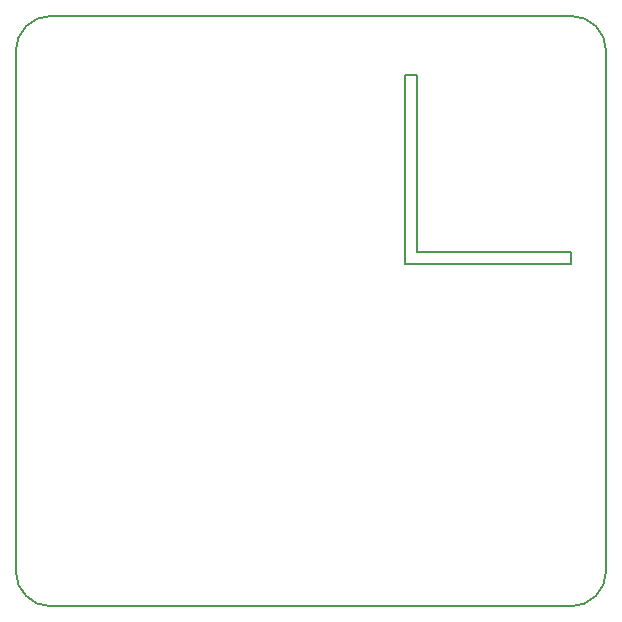
<source format=gko>
G04 DipTrace 3.0.0.1*
G04 ESP32PWRREV1.GKO*
%MOMM*%
G04 #@! TF.FileFunction,Profile*
G04 #@! TF.Part,Single*
%ADD11C,0.14*%
%FSLAX35Y35*%
G04*
G71*
G90*
G75*
G01*
G04 BoardOutline*
%LPD*%
X300000Y0D2*
D11*
X4700000D1*
G03X5000000Y300000I4J299996D01*
G01*
Y4700000D1*
G03X4700000Y5000000I-299996J4D01*
G01*
X300000D1*
G03X0Y4700000I-4J-299996D01*
G01*
Y300000D1*
G03X300000Y0I299996J-4D01*
G01*
X3300000Y4500000D2*
X3400000D1*
Y3000000D1*
X4700000D1*
Y2900000D1*
X3400000D1*
X3300000D1*
Y4500000D1*
M02*

</source>
